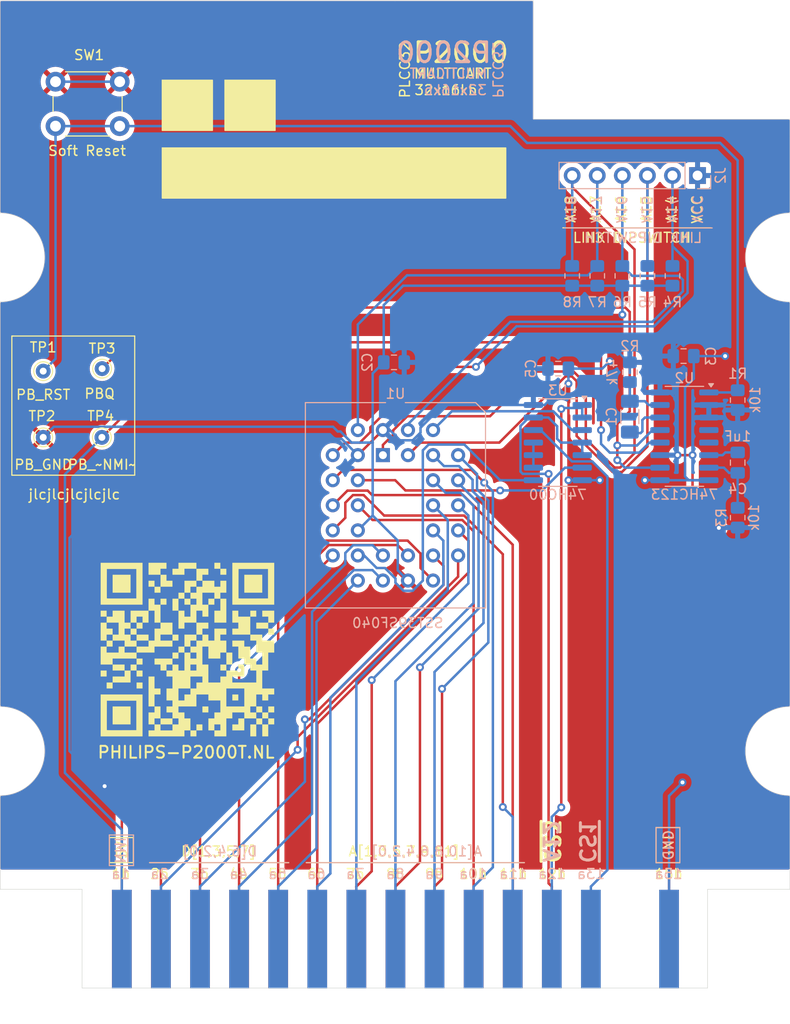
<source format=kicad_pcb>
(kicad_pcb (version 20240108) (generator "pcbnew") (generator_version "8.0")
  (layers (0 "F.Cu" signal) (31 "B.Cu" signal) (34 "B.Paste" user) (35 "F.Paste" user) (36 "B.SilkS" user "B.Silkscreen") (37 "F.SilkS" user "F.Silkscreen") (38 "B.Mask" user) (39 "F.Mask" user) (44 "Edge.Cuts" user))
  (net 0 "")
  (net 1 "GND")
  (net 2 "+5V")
  (net 3 "D1")
  (net 4 "D3")
  (net 5 "D5")
  (net 6 "D7")
  (net 7 "A1")
  (net 8 "A3")
  (net 9 "A5")
  (net 10 "A7")
  (net 11 "A9")
  (net 12 "A11")
  (net 13 "A12")
  (net 14 "A10")
  (net 15 "A8")
  (net 16 "A6")
  (net 17 "A4")
  (net 18 "A2")
  (net 19 "A0")
  (net 20 "D6")
  (net 21 "D4")
  (net 22 "D2")
  (net 23 "D0")
  (net 24 "~{CARSEL1}")
  (net 25 "~{CARSEL2}")
  (net 26 "A12C")
  (net 27 "A14")
  (net 28 "A15")
  (net 29 "A16")
  (net 30 "A17")
  (net 31 "A18")
  (net 32 "A13")
  (net 33 "~{CS}")
  (net 34 "Net-(U2A-Cext)")
  (net 35 "~{NMI}")
  (net 36 "Net-(U3-Pad10)")
  (net 37 "Net-(U2A-RCext)")
  (net 38 "Net-(U2B-Cext)")
  (net 39 "Net-(U2B-RCext)")
  (net 40 "Net-(U2A-A)")
  (net 41 "Net-(U2A-Q)")
  (footprint "Button_Switch_THT:SW_PUSH_6mm" (layer "F.Cu") (at 48.747 52.345)
    (property "Reference" "SW1")
    (property "Value" "Soft Reset")
  )
  (footprint "TestPoint:TestPoint_THTPad_D1.5mm_Drill0.7mm" (layer "F.Cu") (at 47.498 81.661)
    (property "Reference" "TP1")
    (property "Value" "PB_RST")
  )
  (footprint "TestPoint:TestPoint_THTPad_D1.5mm_Drill0.7mm" (layer "F.Cu") (at 47.498 88.37)
    (property "Reference" "TP2")
    (property "Value" "PB_GND")
  )
  (footprint "TestPoint:TestPoint_THTPad_D1.5mm_Drill0.7mm" (layer "F.Cu") (at 53.445 88.37)
    (property "Reference" "TP4")
    (property "Value" "PB_~NMI~")
  )
  (footprint "TestPoint:TestPoint_THTPad_D1.5mm_Drill0.7mm" (layer "F.Cu") (at 53.467 81.407)
    (property "Reference" "TP3")
    (property "Value" "PBQ")
  )
  (footprint "libs:qrcode" (layer "F.Cu") (at 62.103 109.855)
    (property "Reference" "G***" (hide yes))
    (property "Value" "LOGO" (hide yes))
  )
  (footprint "Package_SO:SOIC-14_3.9x8.7mm_P1.27mm" (layer "B.Cu") (at 99.633 88.9 180)
    (property "Reference" "U3")
    (property "Value" "74HC00")
  )
  (footprint "Capacitor_SMD:C_0805_2012Metric_Pad1.18x1.45mm_HandSolder" (layer "B.Cu") (at 99.6735 81.407)
    (property "Reference" "C5")
    (property "Value" "C")
  )
  (footprint "Capacitor_SMD:C_0805_2012Metric_Pad1.18x1.45mm_HandSolder" (layer "B.Cu") (at 83.0365 80.772 180)
    (property "Reference" "C2")
    (property "Value" "0.1uF")
  )
  (footprint "Connector_PinHeader_2.54mm:PinHeader_1x06_P2.54mm_Vertical" (layer "B.Cu") (at 113.792 61.849 90)
    (property "Reference" "J2")
    (property "Value" "DIPconn")
  )
  (footprint "Package_SO:SOIC-16_3.9x9.9mm_P1.27mm" (layer "B.Cu") (at 112.46 88.265 180)
    (property "Reference" "U2")
    (property "Value" "74HC123")
  )
  (footprint "Capacitor_SMD:C_1206_3216Metric_Pad1.33x1.80mm_HandSolder" (layer "B.Cu") (at 106.934 86.2715 -90)
    (property "Reference" "C1")
    (property "Value" "100uF")
  )
  (footprint "Capacitor_SMD:C_0805_2012Metric_Pad1.18x1.45mm_HandSolder" (layer "B.Cu") (at 112.3735 80.137)
    (property "Reference" "C3")
    (property "Value" "0.1uF")
  )
  (footprint "Resistor_SMD:R_0805_2012Metric_Pad1.20x1.40mm_HandSolder" (layer "B.Cu") (at 117.856 84.598 90)
    (property "Reference" "R1")
    (property "Value" "10k")
  )
  (footprint "Resistor_SMD:R_0805_2012Metric_Pad1.20x1.40mm_HandSolder" (layer "B.Cu") (at 106.934 81.772 -90)
    (property "Reference" "R2")
    (property "Value" "47k")
  )
  (footprint "Resistor_SMD:R_0805_2012Metric_Pad1.20x1.40mm_HandSolder" (layer "B.Cu") (at 117.856 96.504 -90)
    (property "Reference" "R3")
    (property "Value" "10k")
  )
  (footprint "p2000t_cartridge:p2000t_cartridge_edge" (layer "B.Cu") (at 83.185 139.192)
    (property "Reference" "J1")
    (property "Value" "P2000T_cartridge_edge")
  )
  (footprint "Capacitor_SMD:C_0805_2012Metric_Pad1.18x1.45mm_HandSolder" (layer "B.Cu") (at 117.856 90.932 -90)
    (property "Reference" "C4")
    (property "Value" "1uF")
  )
  (footprint "Package_LCC:PLCC-32_THT-Socket" (layer "B.Cu") (at 81.915 90.17 180)
    (property "Reference" "U1")
    (property "Value" "SST39SF040")
  )
  (footprint "Resistor_SMD:R_0805_2012Metric_Pad1.20x1.40mm_HandSolder" (layer "B.Cu") (at 103.632 72.009 90)
    (property "Reference" "R7")
    (property "Value" "10k")
  )
  (footprint "Resistor_SMD:R_0805_2012Metric_Pad1.20x1.40mm_HandSolder" (layer "B.Cu") (at 101.092 72.009 90)
    (property "Reference" "R8")
    (property "Value" "10k")
  )
  (footprint "Resistor_SMD:R_0805_2012Metric_Pad1.20x1.40mm_HandSolder" (layer "B.Cu") (at 111.252 72.009 90)
    (property "Reference" "R4")
    (property "Value" "10k")
  )
  (footprint "Resistor_SMD:R_0805_2012Metric_Pad1.20x1.40mm_HandSolder" (layer "B.Cu") (at 106.172 72.009 90)
    (property "Reference" "R6")
    (property "Value" "10k")
  )
  (footprint "Resistor_SMD:R_0805_2012Metric_Pad1.20x1.40mm_HandSolder" (layer "B.Cu") (at 108.712 72.009 90)
    (property "Reference" "R5")
    (property "Value" "10k")
  )
  (gr_line (start 96.251 131.445) (end 74.153 131.445) (stroke (width 0.12)) (layer "B.SilkS"))
  (gr_line (start 72.375 131.445) (end 58.278 131.445) (stroke (width 0.12)) (layer "B.SilkS"))
  (gr_line (start 115.274 67.16) (end 100.274 67.16) (stroke (width 0.12)) (layer "B.SilkS"))
  (gr_line (start 54.197 131.745) (end 54.197 128.645) (stroke (width 0.12)) (layer "B.SilkS"))
  (gr_line (start 111.999 131.451) (end 109.586 131.451) (stroke (width 0.12)) (layer "B.SilkS"))
  (gr_line (start 111.999 127.895) (end 111.999 131.451) (stroke (width 0.12)) (layer "B.SilkS"))
  (gr_line (start 109.586 127.895) (end 111.999 127.895) (stroke (width 0.12)) (layer "B.SilkS"))
  (gr_line (start 109.586 131.451) (end 109.586 127.895) (stroke (width 0.12)) (layer "B.SilkS"))
  (gr_line (start 56.647 128.645) (end 56.647 131.745) (stroke (width 0.12)) (layer "B.SilkS"))
  (gr_line (start 56.647 131.745) (end 54.197 131.745) (stroke (width 0.12)) (layer "B.SilkS"))
  (gr_line (start 54.197 128.645) (end 56.647 128.645) (stroke (width 0.12)) (layer "B.SilkS"))
  (gr_line (start 54.214 128.905) (end 54.214 131.445) (stroke (width 0.12)) (layer "F.SilkS"))
  (gr_line (start 109.586 131.445) (end 111.999 131.445) (stroke (width 0.12)) (layer "F.SilkS"))
  (gr_line (start 109.586 127.889) (end 109.586 131.445) (stroke (width 0.12)) (layer "F.SilkS"))
  (gr_line (start 44.323 78.105) (end 44.45 78.105) (stroke (width 0.12)) (layer "F.SilkS"))
  (gr_rect (start 59.563 59.055) (end 94.361 64.135) (stroke (width 0.12)) (fill solid) (layer "F.SilkS"))
  (gr_line (start 74.153 131.445) (end 96.251 131.445) (stroke (width 0.12)) (layer "F.SilkS"))
  (gr_line (start 45.847 92.202) (end 44.323 92.202) (stroke (width 0.12)) (layer "F.SilkS"))
  (gr_line (start 56.769 78.105) (end 56.769 92.202) (stroke (width 0.12)) (layer "F.SilkS"))
  (gr_line (start 44.323 92.202) (end 44.323 78.105) (stroke (width 0.12)) (layer "F.SilkS"))
  (gr_line (start 58.278 131.445) (end 72.375 131.445) (stroke (width 0.12)) (layer "F.SilkS"))
  (gr_line (start 111.999 131.445) (end 111.999 127.889) (stroke (width 0.12)) (layer "F.SilkS"))
  (gr_line (start 56.627 131.445) (end 56.627 128.905) (stroke (width 0.12)) (layer "F.SilkS"))
  (gr_rect (start 65.913 52.197) (end 70.993 57.277) (stroke (width 0.12)) (fill solid) (layer "F.SilkS"))
  (gr_line (start 100.147 67.145) (end 115.147 67.145) (stroke (width 0.12)) (layer "F.SilkS"))
  (gr_line (start 56.769 92.202) (end 45.847 92.202) (stroke (width 0.12)) (layer "F.SilkS"))
  (gr_line (start 111.999 127.889) (end 109.586 127.889) (stroke (width 0.12)) (layer "F.SilkS"))
  (gr_line (start 44.45 78.105) (end 56.769 78.105) (stroke (width 0.12)) (layer "F.SilkS"))
  (gr_line (start 54.214 131.445) (end 56.627 131.445) (stroke (width 0.12)) (layer "F.SilkS"))
  (gr_rect (start 59.563 52.197) (end 64.643 57.277) (stroke (width 0.12)) (fill solid) (layer "F.SilkS"))
  (gr_line (start 56.627 128.905) (end 54.214 128.905) (stroke (width 0.12)) (layer "F.SilkS"))
  (gr_line (start 43.147 63.645) (end 43.147 59.145) (stroke (width 0.05)) (layer "Edge.Cuts"))
  (gr_line (start 43.147 109.145) (end 43.147 113.645) (stroke (width 0.05)) (layer "Edge.Cuts"))
  (gr_arc (start 43.147 115.645) (mid 47.647 120.145) (end 43.147 124.645) (stroke (width 0.05)) (layer "Edge.Cuts"))
  (gr_line (start 43.147 114.145) (end 43.147 113.645) (stroke (width 0.05)) (layer "Edge.Cuts"))
  (gr_line (start 43.147 127.145) (end 43.147 124.645) (stroke (width 0.05)) (layer "Edge.Cuts"))
  (gr_line (start 43.147 115.645) (end 43.147 114.145) (stroke (width 0.05)) (layer "Edge.Cuts"))
  (gr_arc (start 43.147 65.645) (mid 47.647 70.145) (end 43.147 74.645) (stroke (width 0.05)) (layer "Edge.Cuts"))
  (gr_line (start 123.147 127.145) (end 123.147 124.645) (stroke (width 0.05)) (layer "Edge.Cuts"))
  (gr_line (start 43.147 109.145) (end 43.147 74.645) (stroke (width 0.05)) (layer "Edge.Cuts"))
  (gr_line (start 43.147 65.645) (end 43.147 63.645) (stroke (width 0.05)) (layer "Edge.Cuts"))
  (gr_line (start 123.147 134.145) (end 123.147 127.145) (stroke (width 0.05)) (layer "Edge.Cuts"))
  (gr_line (start 43.147 44.145) (end 43.147 59.145) (stroke (width 0.05)) (layer "Edge.Cuts"))
  (gr_line (start 43.147 134.145) (end 43.147 127.145) (stroke (width 0.05)) (layer "Edge.Cuts"))
  (gr_line (start 97.147 44.145) (end 83.147 44.145) (stroke (width 0.05)) (layer "Edge.Cuts"))
  (gr_line (start 123.147 74.745) (end 123.147 74.645) (stroke (width 0.05)) (layer "Edge.Cuts"))
  (gr_line (start 123.147 115.645) (end 123.147 110.045) (stroke (width 0.05)) (layer "Edge.Cuts"))
  (gr_line (start 123.147 100.457) (end 123.147001 94.845) (stroke (width 0.05)) (layer "Edge.Cuts"))
  (gr_line (start 123.147001 83.445001) (end 123.147 77.845) (stroke (width 0.05)) (layer "Edge.Cuts"))
  (gr_line (start 123.147 63.445) (end 123.147 57.845) (stroke (width 0.05)) (layer "Edge.Cuts"))
  (gr_line (start 114.808 134.145) (end 115.147 134.145) (stroke (width 0.05)) (layer "Edge.Cuts"))
  (gr_line (start 114.808 144.145) (end 51.435 144.145) (stroke (width 0.05)) (layer "Edge.Cuts"))
  (gr_line (start 51.147 134.145) (end 51.435 134.145) (stroke (width 0.05)) (layer "Edge.Cuts"))
  (gr_arc (start 123.147 74.645) (mid 118.647 70.145) (end 123.147 65.645) (stroke (width 0.05)) (layer "Edge.Cuts"))
  (gr_line (start 51.435 144.145) (end 51.435 134.145) (stroke (width 0.05)) (layer "Edge.Cuts"))
  (gr_line (start 123.147 65.645) (end 123.147 63.445) (stroke (width 0.05)) (layer "Edge.Cuts"))
  (gr_line (start 123.147 56.145) (end 97.147 56.145) (stroke (width 0.05)) (layer "Edge.Cuts"))
  (gr_line (start 123.147 74.745) (end 123.147 77.845) (stroke (width 0.05)) (layer "Edge.Cuts"))
  (gr_line (start 51.147 134.145) (end 43.147 134.145) (stroke (width 0.05)) (layer "Edge.Cuts"))
  (gr_line (start 83.147 44.145) (end 43.147 44.145) (stroke (width 0.05)) (layer "Edge.Cuts"))
  (gr_line (start 97.147 56.145) (end 97.147 44.145) (stroke (width 0.05)) (layer "Edge.Cuts"))
  (gr_line (start 123.147 110.045) (end 123.147 100.457) (stroke (width 0.05)) (layer "Edge.Cuts"))
  (gr_line (start 114.808 144.145) (end 114.808 134.145) (stroke (width 0.05)) (layer "Edge.Cuts"))
  (gr_line (start 123.147001 83.445001) (end 123.147001 94.845) (stroke (width 0.05)) (layer "Edge.Cuts"))
  (gr_arc (start 123.147 124.645) (mid 118.647 120.145) (end 123.147 115.645) (stroke (width 0.05)) (layer "Edge.Cuts"))
  (gr_line (start 123.147 56.145) (end 123.147 57.845) (stroke (width 0.05)) (layer "Edge.Cuts"))
  (gr_line (start 115.147 134.145) (end 123.147 134.145) (stroke (width 0.05)) (layer "Edge.Cuts"))
  (gr_text "15a" (at 110.856 132.588 0) (layer "B.SilkS") (effects (font (size 1 1)) (justify mirror)))
  (gr_text "~{CS1}" (at 102.601 129.286 -90) (layer "B.SilkS") (effects (font (size 1.5 1.5) (thickness 0.3)) (justify mirror)))
  (gr_text "A12" (at 98.918 129.286 -90) (layer "B.SilkS") (effects (font (size 1.5 1.5) (thickness 0.3)) (justify mirror)))
  (gr_text "A[10,8,6,4,2,0]" (at 86.345 130.302 0) (layer "B.SilkS") (effects (font (size 1 1)) (justify mirror)))
  (gr_text "D[6,4,2,0]" (at 65.39 130.302 0) (layer "B.SilkS") (effects (font (size 1 1)) (justify mirror)))
  (gr_text "A14" (at 111.204 65.284 270) (layer "B.SilkS") (effects (font (size 1 1)) (justify mirror)))
  (gr_text "LINK DIPSWITCH" (at 108.274 68.16 0) (layer "B.SilkS") (effects (font (size 1 1)) (justify mirror)))
  (gr_text "VCC" (at 113.737 65.246 270) (layer "B.SilkS") (effects (font (size 1 1)) (justify mirror)))
  (gr_text "1a" (at 55.344 132.588 0) (layer "B.SilkS") (effects (font (size 1 1)) (justify mirror)))
  (gr_text "~{NMI}" (at 55.247 130.195 270) (layer "B.SilkS") (effects (font (size 1 1)) (justify mirror)))
  (gr_text "GND" (at 110.856 129.673 90) (layer "B.SilkS") (effects (font (size 1 1)) (justify mirror)))
  (gr_text "P2000" (at 93.091 49.403 0) (layer "B.SilkS") (effects (font (size 2 2) (thickness 0.3)) (justify left mirror)))
  (gr_text "32x16kb" (at 89.2594 53.1954 0) (layer "B.SilkS") (effects (font (size 1 1)) (justify mirror)))
  (gr_text "MULTICART" (at 88.5482 51.519 0) (layer "B.SilkS") (effects (font (size 1 1)) (justify mirror)))
  (gr_text "PLCC32" (at 93.5266 51.145 -90) (layer "B.SilkS") (effects (font (size 1 1)) (justify mirror)))
  (gr_text "11a" (at 95.108 132.588 0) (layer "B.SilkS") (effects (font (size 1 1)) (justify mirror)))
  (gr_text "10a" (at 91.044 132.588 0) (layer "B.SilkS") (effects (font (size 1 1)) (justify mirror)))
  (gr_text "2a" (at 59.294 132.588 0) (layer "B.SilkS") (effects (font (size 1 1)) (justify mirror)))
  (gr_text "A17" (at 103.4934 65.284 270) (layer "B.SilkS") (effects (font (size 1 1)) (justify mirror)))
  (gr_text "6a" (at 75.169 132.588 0) (layer "B.SilkS") (effects (font (size 1 1)) (justify mirror)))
  (gr_text "A16" (at 106.0636 65.284 270) (layer "B.SilkS") (effects (font (size 1 1)) (justify mirror)))
  (gr_text "7a" (at 79.106 132.588 0) (layer "B.SilkS") (effects (font (size 1 1)) (justify mirror)))
  (gr_text "13a" (at 102.982 132.588 0) (layer "B.SilkS") (effects (font (size 1 1)) (justify mirror)))
  (gr_text "9a" (at 87.107 132.588 0) (layer "B.SilkS") (effects (font (size 1 1)) (justify mirror)))
  (gr_text "4a" (at 67.295 132.588 0) (layer "B.SilkS") (effects (font (size 1 1)) (justify mirror)))
  (gr_text "5a" (at 71.232 132.588 0) (layer "B.SilkS") (effects (font (size 1 1)) (justify mirror)))
  (gr_text "A18" (at 100.9232 65.284 270) (layer "B.SilkS") (effects (font (size 1 1)) (justify mirror)))
  (gr_text "12a" (at 99.045 132.588 0) (layer "B.SilkS") (effects (font (size 1 1)) (justify mirror)))
  (gr_text "3a" (at 63.358 132.588 0) (layer "B.SilkS") (effects (font (size 1 1)) (justify mirror)))
  (gr_text "A15" (at 108.6338 65.284 270) (layer "B.SilkS") (effects (font (size 1 1)) (justify mirror)))
  (gr_text "8a" (at 83.17 132.588 0) (layer "B.SilkS") (effects (font (size 1 1)) (justify mirror)))
  (gr_text "9b" (at 87.107 132.588 0) (layer "F.SilkS") (effects (font (size 1 1))))
  (gr_text "6b" (at 75.169 132.588 0) (layer "F.SilkS") (effects (font (size 1 1))))
  (gr_text "8b" (at 83.17 132.588 0) (layer "F.SilkS") (effects (font (size 1 1))))
  (gr_text "4b" (at 67.295 132.588 0) (layer "F.SilkS") (effects (font (size 1 1))))
  (gr_text "1b" (at 55.357 132.588 0) (layer "F.SilkS") (effects (font (size 1 1))))
  (gr_text "2b" (at 59.294 132.588 0) (layer "F.SilkS") (effects (font (size 1 1))))
  (gr_text "5b" (at 71.232 132.588 0) (layer "F.SilkS") (effects (font (size 1 1))))
  (gr_text "7b" (at 79.106 132.588 0) (layer "F.SilkS") (effects (font (size 1 1))))
  (gr_text "11b" (at 95.108 132.588 0) (layer "F.SilkS") (effects (font (size 1 1))))
  (gr_text "12b" (at 99.045 132.588 0) (layer "F.SilkS") (effects (font (size 1 1))))
  (gr_text "15b" (at 110.856 132.588 0) (layer "F.SilkS") (effects (font (size 1 1))))
  (gr_text "3b" (at 63.358 132.588 0) (layer "F.SilkS") (effects (font (size 1 1))))
  (gr_text "10b" (at 91.044 132.588 0) (layer "F.SilkS") (effects (font (size 1 1))))
  (gr_text "GND" (at 110.856 129.667 90) (layer "F.SilkS") (effects (font (size 1 1))))
  (gr_text "A15" (at 108.5962 65.246 90) (layer "F.SilkS") (effects (font (size 1 1))))
  (gr_text "A16" (at 106.0354 65.246 90) (layer "F.SilkS") (effects (font (size 1 1))))
  (gr_text "A17" (at 103.4746 65.246 90) (layer "F.SilkS") (effects (font (size 1 1))))
  (gr_text "A18" (at 100.9138 65.246 90) (layer "F.SilkS") (effects (font (size 1 1))))
  (gr_text "A14" (at 111.157 65.246 90) (layer "F.SilkS") (effects (font (size 1 1))))
  (gr_text "PLCC32" (at 84.147 51.145 90) (layer "F.SilkS") (effects (font (size 1 1))))
  (gr_text "MULTICART" (at 88.9978 51.519 0) (layer "F.SilkS") (effects (font (size 1 1))))
  (gr_text "P2000" (at 84.8136 49.394 0) (layer "F.SilkS") (effects (font (size 2 2) (thickness 0.3)) (justify left)))
  (gr_text "32x16kb" (at 88.2866 53.1954 0) (layer "F.SilkS") (effects (font (size 1 1))))
  (gr_text "A[1,3,5,7,9,11]" (at 84.059 130.302 0) (layer "F.SilkS") (effects (font (size 1 1))))
  (gr_text "LINK DIPSWITCH" (at 107.147 68.145 0) (layer "F.SilkS") (effects (font (size 1 1))))
  (gr_text "VCC" (at 113.737 65.284 90) (layer "F.SilkS") (effects (font (size 1 1))))
  (gr_text "jlcjlcjlcjlcjlc" (at 50.647 94.145 0) (layer "F.SilkS") (effects (font (size 1 1))))
  (gr_text "~{CS2}" (at 99.172 129.286 90) (layer "F.SilkS") (effects (font (size 1.5 1.5) (thickness 0.3))))
  (gr_text "PHILIPS-P2000T.NL" (at 61.976 120.269 0) (layer "F.SilkS") (effects (font (size 1.2 1.2) (thickness 0.2))))
  (gr_text "5V" (at 55.484 130.175 90) (layer "F.SilkS") (effects (font (size 1 1))))
  (gr_text "D[1,3,5,7]" (at 65.263 130.302 0) (layer "F.SilkS") (effects (font (size 1 1))))
  (segment (start 116.586 80.137) (end 119.634 80.137) (width 0.25) (layer "F.Cu") (net 1))
  (segment (start 48.747 52.345) (end 50.673 54.271) (width 0.25) (layer "F.Cu") (net 1))
  (segment (start 104.902 80.645) (end 104.902 77.216) (width 0.25) (layer "F.Cu") (net 1))
  (segment (start 110.905 124.68) (end 112.268 123.317) (width 0.25) (layer "F.Cu") (net 1))
  (segment (start 49.022 86.846) (end 47.498 88.37) (width 0.25) (layer "F.Cu") (net 1))
  (segment (start 50.673 82.296) (end 49.022 83.947) (width 0.25) (layer "F.Cu") (net 1))
  (segment (start 110.905 139.192) (end 110.905 124.68) (width 0.25) (layer "F.Cu") (net 1))
  (segment (start 121.031 114.554) (end 112.268 123.317) (width 0.25) (layer "F.Cu") (net 1))
  (segment (start 119.634 80.137) (end 121.031 81.534) (width 0.25) (layer "F.Cu") (net 1))
  (segment (start 103.886 92.71) (end 108.458 92.71) (width 0.25) (layer "F.Cu") (net 1))
  (segment (start 49.022 83.947) (end 49.022 86.846) (width 0.25) (layer "F.Cu") (net 1))
  (segment (start 104.902 77.216) (end 106.172 75.946) (width 0.25) (layer "F.Cu") (net 1))
  (segment (start 50.673 54.271) (end 50.673 82.296) (width 0.25) (layer "F.Cu") (net 1))
  (segment (start 121.031 81.534) (end 121.031 114.554) (width 0.25) (layer "F.Cu") (net 1))
  (segment (start 100.711 82.931) (end 100.711 92.71) (width 0.25) (layer "F.Cu") (net 1))
  (via (at 112.268 123.317) (size 0.8) (drill 0.4) (layers "F.Cu" "B.Cu") (net 1))
  (via (at 116.586 80.137) (size 0.8) (drill 0.4) (layers "F.Cu" "B.Cu") (net 1))
  (via (at 104.902 80.645) (size 0.8) (drill 0.4) (layers "F.Cu" "B.Cu") (net 1))
  (via (at 100.711 92.71) (size 0.8) (drill 0.4) (layers "F.Cu" "B.Cu") (net 1))
  (via (at 100.711 82.931) (size 0.8) (drill 0.4) (layers "F.Cu" "B.Cu") (net 1))
  (via (at 103.886 92.71) (size 0.8) (drill 0.4) (layers "F.Cu" "B.Cu") (net 1))
  (via (at 106.172 75.946) (size 0.8) (drill 0.4) (layers "F.Cu" "B.Cu") (net 1))
  (via (at 108.458 92.71) (size 0.8) (drill 0.4) (layers "F.Cu" "B.Cu") (net 1))
  (segment (start 81.999 80.772) (end 80.8788 81.8922) (width 0.25) (layer "B.Cu") (net 1))
  (segment (start 81.999 80.772) (end 81.999 74.973) (width 0.25) (layer "B.Cu") (net 1))
  (segment (start 81.999 74.973) (end 83.963 73.009) (width 0.25) (layer "B.Cu") (net 1))
  (segment (start 47.498 88.37) (end 48.5742 87.2938) (width 0.25) (layer "B.Cu") (net 1))
  (segment (start 48.747 52.345) (end 55.247 52.345) (width 0.25) (layer "B.Cu") (net 1))
  (segment (start 113.411 82.423) (end 112.522 83.312) (width 0.25) (layer "B.Cu") (net 1))
  (segment (start 112.522 83.312) (end 112.522 92.329) (width 0.25) (layer "B.Cu") (net 1))
  (segment (start 100.711 81.407) (end 100.711 82.931) (width 0.25) (layer "B.Cu") (net 1))
  (segment (start 83.4188 98.8262) (end 83.4188 101.834) (width 0.25) (layer "B.Cu") (net 1))
  (segment (start 80.8788 88.9) (end 80.8788 96.2862) (width 0.25) (layer "B.Cu") (net 1))
  (segment (start 114.935 92.71) (end 112.903 92.71) (width 0.25) (layer "B.Cu") (net 1))
  (segment (start 78.7417 88.9) (end 80.8788 88.9) (width 0.25) (layer "B.Cu") (net 1))
  (segment (start 83.963 73.009) (end 101.092 73.009) (width 0.25) (layer "B.Cu") (net 1))
  (segment (start 103.632 73.009) (end 106.172 73.009) (width 0.25) (layer "B.Cu") (net 1))
  (segment (start 112.903 92.71) (end 109.985 92.71) (width 0.25) (layer "B.Cu") (net 1))
  (segment (start 110.905 124.68) (end 112.268 123.317) (width 0.25) (layer "B.Cu") (net 1))
  (segment (start 100.711 92.71) (end 102.108 92.71) (width 0.25) (layer "B.Cu") (net 1))
  (segment (start 77.3402 87.7765) (end 77.6182 87.7765) (width 0.25) (layer "B.Cu") (net 1))
  (segment (start 113.411 80.137) (end 116.586 80.137) (width 0.25) (layer "B.Cu") (net 1))
  (segment (start 113.411 80.137) (end 113.411 82.423) (width 0.25) (layer "B.Cu") (net 1))
  (segment (start 104.14 81.407) (end 104.902 80.645) (width 0.25) (layer "B.Cu") (net 1))
  (segment (start 112.903 92.71) (end 114.935 92.71) (width 0.25) (layer "B.Cu") (net 1))
  (segment (start 112.522 92.329) (end 112.903 92.71) (width 0.25) (layer "B.Cu") (net 1))
  (segment (start 76.8575 87.2938) (end 77.3402 87.7765) (width 0.25) (layer "B.Cu") (net 1))
  (segment (start 108.712 73.009) (end 111.252 73.009) (width 0.25) (layer "B.Cu") (net 1))
  (segment (start 48.5742 87.2938) (end 76.8575 87.2938) (width 0.25) (layer "B.Cu") (net 1))
  (segment (start 108.458 92.71) (end 109.985 92.71) (width 0.25) (layer "B.Cu") (net 1))
  (segment (start 80.8788 96.2862) (end 79.375 97.79) (width 0.25) (layer "B.Cu") (net 1))
  (segment (start 83.4188 101.834) (end 84.455 102.87) (width 0.25) (layer "B.Cu") (net 1))
  (segment (start 80.8788 81.8922) (end 80.8788 88.9) (width 0.25) (layer "B.Cu") (net 1))
  (segment (start 80.8788 96.2862) (end 83.4188 98.8262) (width 0.25) (layer "B.Cu") (net 1))
  (segment (start 102.108 92.71) (end 103.886 92.71) (width 0.25) (layer "B.Cu") (net 1))
  (segment (start 100.711 81.407) (end 104.14 81.407) (width 0.25) (layer "B.Cu") (net 1))
  (segment (start 101.092 73.009) (end 103.632 73.009) (width 0.25) (layer "B.Cu") (net 1))
  (segment (start 106.172 73.009) (end 108.712 73.009) (width 0.25) (layer "B.Cu") (net 1))
  (segment (start 110.905 139.192) (end 110.905 124.68) (width 0.25) (layer "B.Cu") (net 1))
  (segment (start 106.172 75.946) (end 106.172 73.009) (width 0.25) (layer "B.Cu") (net 1))
  (segment (start 77.6182 87.7765) (end 78.7417 88.9) (width 0.25) (layer "B.Cu") (net 1))
  (segment (start 55.465 125.442) (end 53.721 123.698) (width 0.25) (layer "F.Cu") (net 2))
  (segment (start 113.284 90.17) (end 113.284 96.393) (width 0.25) (layer "F.Cu") (net 2))
  (segment (start 114.427 97.536) (end 115.951 97.536) (width 0.25) (layer "F.Cu") (net 2))
  (segment (start 111.76 90.17) (end 113.284 90.17) (width 0.25) (layer "F.Cu") (net 2))
  (segment (start 113.284 96.393) (end 114.427 97.536) (width 0.25) (layer "F.Cu") (net 2))
  (segment (start 55.465 139.192) (end 55.465 125.442) (width 0.25) (layer "F.Cu") (net 2))
  (segment (start 79.375 90.17) (end 81.915 87.63) (width 0.25) (layer "F.Cu") (net 2))
  (via (at 115.951 97.536) (size 0.8) (drill 0.4) (layers "F.Cu" "B.Cu") (net 2))
  (via (at 111.76 90.17) (size 0.8) (drill 0.4) (layers "F.Cu" "B.Cu") (net 2))
  (via (at 113.284 90.17) (size 0.8) (drill 0.4) (layers "F.Cu" "B.Cu") (net 2))
  (via (at 53.721 123.698) (size 0.8) (drill 0.4) (layers "F.Cu" "B.Cu") (net 2))
  (segment (start 111.336 80.137) (end 111.336 83.609) (width 0.25) (layer "B.Cu") (net 2))
  (segment (start 108.458 83.566) (end 108.458 81.026) (width 0.25) (layer "B.Cu") (net 2))
  (segment (start 109.985 90.17) (end 111.76 90.17) (width 0.25) (layer "B.Cu") (net 2))
  (segment (start 110.96 83.82) (end 109.985 83.82) (width 0.25) (layer "B.Cu") (net 2))
  (segment (start 113.792 61.849) (end 113.792 77.089) (width 0.25) (layer "B.Cu") (net 2))
  (segment (start 84.074 85.471) (end 82.2632 87.2818) (width 0.25) (layer "B.Cu") (net 2))
  (segment (start 111.336 83.609) (end 111.125 83.82) (width 0.25) (layer "B.Cu") (net 2))
  (segment (start 98.298 85.09) (end 98.679 84.709) (width 0.25) (layer "B.Cu") (net 2))
  (segment (start 113.284 86.741) (end 113.665 86.36) (width 0.25) (layer "B.Cu") (net 2))
  (segment (start 108.458 81.026) (end 108.331 80.899) (width 0.25) (layer "B.Cu") (net 2))
  (segment (start 117.824 97.536) (end 117.856 97.504) (width 0.25) (layer "B.Cu") (net 2))
  (segment (start 84.9391 88.6664) (end 85.725 87.8805) (width 0.25) (layer "B.Cu") (net 2))
  (segment (start 105.791 79.756) (end 99.187 79.756) (width 0.25) (layer "B.Cu") (net 2))
  (segment (start 108.712 83.82) (end 108.458 83.566) (width 0.25) (layer "B.Cu") (net 2))
  (segment (start 53.721 123.698) (end 50.165 120.142) (width 0.25) (layer "B.Cu") (net 2))
  (segment (start 111.76 90.17) (end 111.76 84.62) (width 0.25) (layer "B.Cu") (net 2))
  (segment (start 108.077 80.899) (end 107.95 80.772) (width 0.25) (layer "B.Cu") (net 2))
  (segment (start 113.665 86.36) (end 114.935 86.36) (width 0.25) (layer "B.Cu") (net 2))
  (segment (start 88.0329 85.09) (end 97.158 85.09) (width 0.25) (layer "B.Cu") (net 2))
  (segment (start 60.198 88.519) (end 77.724 88.519) (width 0.25) (layer "B.Cu") (net 2))
  (segment (start 98.636 80.307) (end 98.636 81.407) (width 0.25) (layer "B.Cu") (net 2))
  (segment (start 98.679 84.709) (end 98.636 84.666) (width 0.25) (layer "B.Cu") (net 2))
  (segment (start 106.934 80.899) (end 105.791 79.756) (width 0.25) (layer "B.Cu") (net 2))
  (segment (start 82.2632 87.2818) (end 83.6478 88.6664) (width 0.25) (layer "B.Cu") (net 2))
  (segment (start 114.935 85.09) (end 117.348 85.09) (width 0.25) (layer "B.Cu") (net 2))
  (segment (start 106.934 81.847) (end 106.934 80.899) (width 0.25) (layer "B.Cu") (net 2))
  (segment (start 50.165 98.552) (end 60.198 88.519) (width 0.25) (layer "B.Cu") (net 2))
  (segment (start 113.792 77.089) (end 111.336 79.545) (width 0.25) (layer "B.Cu") (net 2))
  (segment (start 83.6478 88.6664) (end 84.9391 88.6664) (width 0.25) (layer "B.Cu") (net 2))
  (segment (start 113.284 90.17) (end 113.284 86.741) (width 0.25) (layer "B.Cu") (net 2))
  (segment (start 98.636 84.666) (end 98.636 81.407) (width 0.25) (layer "B.Cu") (net 2))
  (segment (start 85.725 87.3979) (end 88.0329 85.09) (width 0.25) (layer "B.Cu") (net 2))
  (segment (start 115.951 97.536) (end 117.824 97.536) (width 0.25) (layer "B.Cu") (net 2))
  (segment (start 99.187 79.756) (end 98.636 80.307) (width 0.25) (layer "B.Cu") (net 2))
  (segment (start 110.96 83.82) (end 109.985 83.82) (width 0.25) (layer "B.Cu") (net 2))
  (segment (start 111.76 84.62) (end 110.96 83.82) (width 0.25) (layer "B.Cu") (net 2))
  (segment (start 111.336 79.545) (end 111.336 80.137) (width 0.25) (layer "B.Cu") (net 2))
  (segment (start 114.935 86.36) (end 114.935 85.09) (width 0.25) (layer "B.Cu") (net 2))
  (segment (start 109.985 83.82) (end 108.712 83.82) (width 0.25) (layer "B.Cu") (net 2))
  (segment (start 84.074 80.772) (end 84.074 85.471) (width 0.25) (layer "B.Cu") (net 2))
  (segment (start 111.125 83.82) (end 110.96 83.82) (width 0.25) (layer "B.Cu") (net 2))
  (segment (start 50.165 120.142) (end 50.165 98.552) (width 0.25) (layer "B.Cu") (net 2))
  (segment (start 108.331 80.899) (end 108.077 80.899) (width 0.25) (layer "B.Cu") (net 2))
  (segment (start 117.348 85.09) (end 117.856 85.598) (width 0.25) (layer "B.Cu") (net 2))
  (segment (start 82.2632 87.2818) (end 81.915 87.63) (width 0.25) (layer "B.Cu") (net 2))
  (segment (start 97.158 85.09) (end 98.298 85.09) (width 0.25) (layer "B.Cu") (net 2))
  (segment (start 107.95 80.772) (end 106.934 80.772) (width 0.25) (layer "B.Cu") (net 2))
  (segment (start 85.725 87.8805) (end 85.725 87.3979) (width 0.25) (layer "B.Cu") (net 2))
  (segment (start 77.724 88.519) (end 79.375 90.17) (width 0.25) (layer "B.Cu") (net 2))
  (segment (start 84.4174 98.8264) (end 76.1389 98.8264) (width 0.25) (layer "F.Cu") (net 3))
  (segment (start 59.425 115.5403) (end 59.425 139.192) (width 0.25) (layer "F.Cu") (net 3))
  (segment (start 86.995 102.87) (end 85.725 101.6) (width 0.25) (layer "F.Cu") (net 3))
  (segment (start 85.725 100.134) (end 84.4174 98.8264) (width 0.25) (layer "F.Cu") (net 3))
  (segment (start 76.1389 98.8264) (end 59.425 115.5403) (width 0.25) (layer "F.Cu") (net 3))
  (segment (start 85.725 101.6) (end 85.725 100.134) (width 0.25) (layer "F.Cu") (net 3))
  (segment (start 76.4147 99.2766) (end 83.4016 99.2766) (width 0.25) (layer "F.Cu") (net 4))
  (segment (start 63.385 112.3063) (end 76.4147 99.2766) (width 0.25) (layer "F.Cu") (net 4))
  (segment (start 63.385 139.192) (end 63.385 112.3063) (width 0.25) (layer "F.Cu") (net 4))
  (segment (start 83.4016 99.2766) (end 84.455 100.33) (width 0.25) (layer "F.Cu") (net 4))
  (segment (start 67.345 139.192) (end 67.345 111.9534) (width 0.25) (layer "F.Cu") (net 5))
  (via (at 67.345 111.9534) (size 0.8) (drill 0.4) (layers "F.Cu" "B.Cu") (net 5))
  (segment (start 78.105 100.0795) (end 78.105 101.1934) (width 0.25) (layer "B.Cu") (net 5))
  (segment (start 78.105 101.1934) (end 67.345 111.9534) (width 0.25) (layer "B.Cu") (net 5))
  (segment (start 78.8909 99.2936) (end 78.105 100.0795) (width 0.25) (layer "B.Cu") (net 5))
  (segment (start 81.915 100.33) (end 80.8786 99.2936) (width 0.25) (layer "B.Cu") (net 5))
  (segment (start 80.8786 99.2936) (end 78.8909 99.2936) (width 0.25) (layer "B.Cu") (net 5))
  (segment (start 71.305 105.86) (end 76.835 100.33) (width 0.25) (layer "F.Cu") (net 6))
  (segment (start 71.305 139.192) (end 71.305 133.8669) (width 0.25) (layer "F.Cu") (net 6))
  (segment (start 71.305 133.8669) (end 71.305 105.86) (width 0.25) (layer "F.Cu") (net 6))
  (segment (start 89.535 97.79) (end 90.5952 98.8502) (width 0.25) (layer "F.Cu") (net 7))
  (segment (start 75.265 117.3804) (end 75.265 139.192) (width 0.25) (layer "F.Cu") (net 7))
  (segment (start 90.5952 102.0502) (end 75.265 117.3804) (width 0.25) (layer "F.Cu") (net 7))
  (segment (start 90.5952 98.8502) (end 90.5952 102.0502) (width 0.25) (layer "F.Cu") (net 7))
  (segment (start 79.225 133.8669) (end 80.7802 132.3117) (width 0.25) (layer "F.Cu") (net 8))
  (segment (start 79.225 139.192) (end 79.225 133.8669) (width 0.25) (layer "F.Cu") (net 8))
  (segment (start 80.7802 132.3117) (end 80.7802 112.9561) (width 0.25) (layer "F.Cu") (net 8))
  (via (at 80.7802 112.9561) (size 0.8) (drill 0.4) (layers "F.Cu" "B.Cu") (net 8))
  (segment (start 90.5714 103.1649) (end 80.7802 112.9561) (width 0.25) (layer "B.Cu") (net 8))
  (segment (start 89.535 95.25) (end 90.5714 96.2864) (width 0.25) (layer "B.Cu") (net 8))
  (segment (start 90.5714 96.2864) (end 90.5714 103.1649) (width 0.25) (layer "B.Cu") (net 8))
  (segment (start 83.185 133.8669) (end 85.6681 131.3838) (width 0.25) (layer "F.Cu") (net 9))
  (segment (start 85.6681 131.3838) (end 85.6681 111.6604) (width 0.25) (layer "F.Cu") (net 9))
  (segment (start 83.185 139.192) (end 83.185 133.8669) (width 0.25) (layer "F.Cu") (net 9))
  (via (at 85.6681 111.6604) (size 0.8) (drill 0.4) (layers "F.Cu" "B.Cu") (net 9))
  (segment (start 89.535 92.71) (end 89.535 92.9795) (width 0.25) (layer "B.Cu") (net 9))
  (segment (start 91.6048 105.7237) (end 85.6681 111.6604) (width 0.25) (layer "B.Cu") (net 9))
  (segment (start 89.535 92.9795) (end 91.6048 95.0493) (width 0.25) (layer "B.Cu") (net 9))
  (segment (start 91.6048 95.0493) (end 91.6048 105.7237) (width 0.25) (layer "B.Cu") (net 9))
  (segment (start 87.9046 133.1073) (end 87.9046 113.8405) (width 0.25) (layer "F.Cu") (net 10))
  (segment (start 87.145 133.8669) (end 87.9046 133.1073) (width 0.25) (layer "F.Cu") (net 10))
  (segment (start 87.145 139.192) (end 87.145 133.8669) (width 0.25) (layer "F.Cu") (net 10))
  (via (at 87.9046 113.8405) (size 0.8) (drill 0.4) (layers "F.Cu" "B.Cu") (net 10))
  (segment (start 92.5952 109.1499) (end 87.9046 113.8405) (width 0.25) (layer "B.Cu") (net 10))
  (segment (start 92.5952 94.7665) (end 92.5952 109.1499) (width 0.25) (layer "B.Cu") (net 10))
  (segment (start 89.535 90.17) (end 91.4507 92.0857) (width 0.25) (layer "B.Cu") (net 10))
  (segment (start 91.4507 93.622) (end 92.5952 94.7665) (width 0.25) (layer "B.Cu") (net 10))
  (segment (start 91.4507 92.0857) (end 91.4507 93.622) (width 0.25) (layer "B.Cu") (net 10))
  (segment (start 89.9612 96.7424) (end 91.105 97.8862) (width 0.25) (layer "F.Cu") (net 11))
  (segment (start 79.375 95.25) (end 80.8674 96.7424) (width 0.25) (layer "F.Cu") (net 11))
  (segment (start 80.8674 96.7424) (end 89.9612 96.7424) (width 0.25) (layer "F.Cu") (net 11))
  (segment (start 91.105 97.8862) (end 91.105 139.192) (width 0.25) (layer "F.Cu") (net 11))
  (segment (start 80.823 94.2136) (end 80.3729 93.7635) (width 0.25) (layer "F.Cu") (net 12))
  (segment (start 95.065 139.192) (end 95.065 99.2447) (width 0.25) (layer "F.Cu") (net 12))
  (segment (start 95.065 99.2447) (end 90.0339 94.2136) (width 0.25) (layer "F.Cu") (net 12))
  (segment (start 80.3729 93.7635) (end 78.3215 93.7635) (width 0.25) (layer "F.Cu") (net 12))
  (segment (start 78.3215 93.7635) (end 76.835 95.25) (width 0.25) (layer "F.Cu") (net 12))
  (segment (start 90.0339 94.2136) (end 80.823 94.2136) (width 0.25) (layer "F.Cu") (net 12))
  (segment (start 101.0809 87.63) (end 102.108 87.63) (width 0.25) (layer "B.Cu") (net 13))
  (segment (start 88.8999 85.7251) (end 99.176 85.7251) (width 0.25) (layer "B.Cu") (net 13))
  (segment (start 99.176 85.7251) (end 101.0809 87.63) (width 0.25) (layer "B.Cu") (net 13))
  (segment (start 86.995 87.63) (end 88.8999 85.7251) (width 0.25) (layer "B.Cu") (net 13))
  (segment (start 78.8812 94.2137) (end 79.9614 94.2137) (width 0.25) (layer "F.Cu") (net 14))
  (segment (start 94.0608 100.2041) (end 94.0608 125.8102) (width 0.25) (layer "F.Cu") (net 14))
  (segment (start 82.037 96.2893) (end 90.146 96.2893) (width 0.25) (layer "F.Cu") (net 14))
  (segment (start 78.105 94.9899) (end 78.8812 94.2137) (width 0.25) (layer "F.Cu") (net 14))
  (segment (start 76.835 97.79) (end 78.105 96.52) (width 0.25) (layer "F.Cu") (net 14))
  (segment (start 79.9614 94.2137) (end 82.037 96.2893) (width 0.25) (layer "F.Cu") (net 14))
  (segment (start 90.146 96.2893) (end 94.0608 100.2041) (width 0.25) (layer "F.Cu") (net 14))
  (segment (start 78.105 96.52) (end 78.105 94.9899) (width 0.25) (layer "F.Cu") (net 14))
  (via (at 94.0608 125.8102) (size 0.8) (drill 0.4) (layers "F.Cu" "B.Cu") (net 14))
  (segment (start 94.0608 125.8102) (end 95.065 126.8144) (width 0.25) (layer "B.Cu") (net 14))
  (segment (start 95.065 126.8144) (end 95.065 139.192) (width 0.25) (layer "B.Cu") (net 14))
  (segment (start 90.8852 91.6657) (end 92.1758 92.9563) (width 0.25) (layer "F.Cu") (net 15))
  (segment (start 77.8793 91.6657) (end 90.8852 91.6657) (width 0.25) (layer "F.Cu") (net 15))
  (segment (start 76.835 92.71) (end 77.8793 91.6657) (width 0.25) (layer "F.Cu") (net 15))
  (via (at 92.1758 92.9563) (size 0.8) (drill 0.4) (layers "F.Cu" "B.Cu") (net 15))
  (segment (start 93.0565 93.837) (end 93.0565 131.9154) (width 0.25) (layer "B.Cu") (net 15))
  (segment (start 93.0565 131.9154) (end 91.105 133.8669) (width 0.25) (layer "B.Cu") (net 15))
  (segment (start 92.1758 92.9563) (end 93.0565 93.837) (width 0.25) (layer "B.Cu") (net 15))
  (segment (start 91.105 139.192) (end 91.105 133.8669) (width 0.25) (layer "B.Cu") (net 15))
  (segment (start 92.1057 94.9136) (end 92.1057 107.1703) (width 0.25) (layer "B.Cu") (net 16))
  (segment (start 92.1057 107.1703) (end 87.145 112.131) (width 0.25) (layer "B.Cu") (net 16))
  (segment (start 86.995 90.17) (end 88.1057 91.2807) (width 0.25) (layer "B.Cu") (net 16))
  (segment (start 87.145 139.192) (end 87.145 133.8669) (width 0.25) (layer "B.Cu") (net 16))
  (segment (start 89.6127 91.2807) (end 91.0006 92.6686) (width 0.25) (layer "B.Cu") (net 16))
  (segment (start 88.1057 91.2807) (end 89.6127 91.2807) (width 0.25) (layer "B.Cu") (net 16))
  (segment (start 91.0006 92.6686) (end 91.0006 93.8085) (width 0.25) (layer "B.Cu") (net 16))
  (segment (start 87.145 112.131) (end 87.145 133.8669) (width 0.25) (layer "B.Cu") (net 16))
  (segment (start 91.0006 93.8085) (end 92.1057 94.9136) (width 0.25) (layer "B.Cu") (net 16))
  (segment (start 89.7711 93.98) (end 91.0962 95.3051) (width 0.25) (layer "B.Cu") (net 17))
  (segment (start 91.0962 95.3051) (end 91.0962 105.152) (width 0.25) (layer "B.Cu") (net 17))
  (segment (start 88.265 93.98) (end 89.7711 93.98) (width 0.25) (layer "B.Cu") (net 17))
  (segment (start 83.185 139.192) (end 83.185 133.8669) (width 0.25) (layer "B.Cu") (net 17))
  (segment (start 83.185 113.0632) (end 83.185 133.8669) (width 0.25) (layer "B.Cu") (net 17))
  (segment (start 86.995 92.71) (end 88.265 93.98) (width 0.25) (layer "B.Cu") (net 17))
  (segment (start 91.0962 105.152) (end 83.185 113.0632) (width 0.25) (layer "B.Cu") (net 17))
  (segment (start 79.225 113.1125) (end 88.4869 103.8506) (width 0.25) (layer "B.Cu") (net 18))
  (segment (start 79.225 133.8669) (end 79.225 113.1125) (width 0.25) (layer "B.Cu") (net 18))
  (segment (start 88.4869 103.8506) (end 88.4869 96.7419) (width 0.25) (layer "B.Cu") (net 18))
  (segment (start 88.4869 96.7419) (end 86.995 95.25) (width 0.25) (layer "B.Cu") (net 18))
  (segment (start 79.225 139.192) (end 79.225 133.8669) (width 0.25) (layer "B.Cu") (net 18))
  (segment (start 75.265 139.192) (end 75.265 133.8669) (width 0.25) (layer "B.Cu") (net 19))
  (segment (start 88.0367 103.294) (end 76.5901 114.7406) (width 0.25) (layer "B.Cu") (net 19))
  (segment (start 76.5901 114.7406) (end 76.5901 132.5418) (width 0.25) (layer "B.Cu") (net 19))
  (segment (start 88.0367 98.8317) (end 88.0367 103.294) (width 0.25) (layer "B.Cu") (net 19))
  (segment (start 76.5901 132.5418) (end 75.265 133.8669) (width 0.25) (layer "B.Cu") (net 19))
  (segment (start 86.995 97.79) (end 88.0367 98.8317) (width 0.25) (layer "B.Cu") (net 19))
  (segment (start 75.1857 107.0593) (end 79.375 102.87) (width 0.25) (layer "B.Cu") (net 20))
  (segment (start 71.305 139.192) (end 71.305 133.8669) (width 0.25) (layer "B.Cu") (net 20))
  (segment (start 75.1857 129.9862) (end 75.1857 107.0593) (width 0.25) (layer "B.Cu") (net 20))
  (segment (start 71.305 133.8669) (end 75.1857 129.9862) (width 0.25) (layer "B.Cu") (net 20))
  (segment (start 67.345 133.8669) (end 74.7356 126.4763) (width 0.25) (layer "B.Cu") (net 21))
  (segment (start 74.7356 126.4763) (end 74.7356 106.0438) (width 0.25) (layer "B.Cu") (net 21))
  (segment (start 74.7356 106.0438) (end 78.9628 101.8166) (width 0.25) (layer "B.Cu") (net 21))
  (segment (start 80.8616 101.8166) (end 81.915 102.87) (width 0.25) (layer "B.Cu") (net 21))
  (segment (start 78.9628 101.8166) (end 80.8616 101.8166) (width 0.25) (layer "B.Cu") (net 21))
  (segment (start 67.345 139.192) (end 67.345 133.8669) (width 0.25) (layer "B.Cu") (net 21))
  (segment (start 88.0535 103.3187) (end 74.4371 116.9351) (width 0.25) (layer "F.Cu") (net 22))
  (segment (start 74.4371 116.9351) (end 74.0105 116.9351) (width 0.25) (layer "F.Cu") (net 22))
  (segment (start 88.0535 101.3885) (end 88.0535 103.3187) (width 0.25) (layer "F.Cu") (net 22))
  (segment (start 86.995 100.33) (end 88.0535 101.3885) (width 0.25) (layer "F.Cu") (net 22))
  (via (at 74.0105 116.9351) (size 0.8) (drill 0.4) (layers "F.Cu" "B.Cu") (net 22))
  (segment (start 63.385 139.192) (end 63.385 133.8669) (width 0.25) (layer "B.Cu") (net 22))
  (segment (start 74.0105 123.2414) (end 63.385 133.8669) (width 0.25) (layer "B.Cu") (net 22))
  (segment (start 74.0105 116.9351) (end 74.0105 123.2414) (width 0.25) (layer "B.Cu") (net 22))
  (segment (start 89.535 100.33) (end 89.535 102.4738) (width 0.25) (layer "F.Cu") (net 23))
  (segment (start 73.2776 118.7312) (end 73.2776 120.0143) (width 0.25) (layer "F.Cu") (net 23))
  (segment (start 89.535 102.4738) (end 73.2776 118.7312) (width 0.25) (layer "F.Cu") (net 23))
  (via (at 73.2776 120.0143) (size 0.8) (drill 0.4) (layers "F.Cu" "B.Cu") (net 23))
  (segment (start 59.425 133.8669) (end 73.2776 120.0143) (width 0.25) (layer "B.Cu") (net 23))
  (segment (start 59.425 139.192) (end 59.425 133.8669) (width 0.25) (layer "B.Cu") (net 23))
  (segment (start 102.985 139.192) (end 102.985 133.8669) (width 0.25) (layer "B.Cu") (net 24))
  (segment (start 103.123 90.805) (end 101.0673 90.805) (width 0.25) (layer "B.Cu") (net 24))
  (segment (start 104.6521 92.3341) (end 103.123 90.805) (width 0.25) (layer "B.Cu") (net 24))
  (segment (start 101.0673 90.805) (end 97.8923 87.63) (width 0.25) (layer "B.Cu") (net 24))
  (segment (start 104.6521 132.1998) (end 104.6521 92.3341) (width 0.25) (layer "B.Cu") (net 24))
  (segment (start 102.985 133.8669) (end 104.6521 132.1998) (width 0.25) (layer "B.Cu") (net 24))
  (segment (start 97.8923 87.63) (end 97.158 87.63) (width 0.25) (layer "B.Cu") (net 24))
  (segment (start 99.025 139.192) (end 99.025 133.8669) (width 0.25) (layer "F.Cu") (net 25))
  (segment (start 98.7011 133.543) (end 98.7011 92.0658) (width 0.25) (layer "F.Cu") (net 25))
  (segment (start 99.025 133.8669) (end 98.7011 133.543) (width 0.25) (layer "F.Cu") (net 25))
  (via (at 98.7011 92.0658) (size 0.8) (drill 0.4) (layers "F.Cu" "B.Cu") (net 25))
  (segment (start 96.7011 86.36) (end 95.8547 87.2064) (width 0.25) (layer "B.Cu") (net 25))
  (segment (start 102.108 88.9) (end 102.108 90.17) (width 0.25) (layer "B.Cu") (net 25))
  (segment (start 95.8547 91.8407) (end 96.0798 92.0658) (width 0.25) (layer "B.Cu") (net 25))
  (segment (start 99.568 88.519) (end 99.949 88.9) (width 0.25) (layer "B.Cu") (net 25))
  (segment (start 97.158 86.36) (end 96.7011 86.36) (width 0.25) (layer "B.Cu") (net 25))
  (segment (start 95.8547 87.2064) (end 95.8547 91.8407) (width 0.25) (layer "B.Cu") (net 25))
  (segment (start 99.949 88.9) (end 102.108 88.9) (width 0.25) (layer "B.Cu") (net 25))
  (segment (start 96.0798 92.0658) (end 98.7011 92.0658) (width 0.25) (layer "B.Cu") (net 25))
  (segment (start 99.568 87.249) (end 99.568 88.519) (width 0.25) (layer "B.Cu") (net 25))
  (segment (start 97.158 86.36) (end 98.679 86.36) (width 0.25) (layer "B.Cu") (net 25))
  (segment (start 98.679 86.36) (end 99.568 87.249) (width 0.25) (layer "B.Cu") (net 25))
  (segment (start 99.9857 85.4844) (end 99.9857 125.8471) (width 0.25) (layer "F.Cu") (net 26))
  (via (at 99.9857 85.4844) (size 0.8) (drill 0.4) (layers "F.Cu" "B.Cu") (net 26))
  (via (at 99.9857 125.8471) (size 0.8) (drill 0.4) (layers "F.Cu" "B.Cu") (net 26))
  (segment (start 99.025 139.192) (end 99.025 126.8078) (width 0.25) (layer "B.Cu") (net 26))
  (segment (start 102.108 85.3926) (end 100.0775 85.3926) (width 0.25) (layer "B.Cu") (net 26))
  (segment (start 100.0775 85.3926) (end 99.9857 85.4844) (width 0.25) (layer "B.Cu") (net 26))
  (segment (start 102.108 85.09) (end 102.108 85.3926) (width 0.25) (layer "B.Cu") (net 26))
  (segment (start 99.025 126.8078) (end 99.9857 125.8471) (width 0.25) (layer "B.Cu") (net 26))
  (segment (start 102.108 85.3926) (end 102.108 86.36) (width 0.25) (layer "B.Cu") (net 26))
  (segment (start 86.7697 81.2285) (end 80.645 87.3532) (width 0.25) (layer "F.Cu") (net 27))
  (segment (start 79.581 88.9) (end 78.105 88.9) (width 0.25) (layer "F.Cu") (net 27))
  (segment (start 80.645 87.836) (end 79.581 88.9) (width 0.25) (layer "F.Cu") (net 27))
  (segment (start 78.105 88.9) (end 76.835 90.17) (width 0.25) (layer "F.Cu") (net 27))
  (segment (start 91.3412 81.2285) (end 86.7697 81.2285) (width 0.25) (layer "F.Cu") (net 27))
  (segment (start 80.645 87.3532) (end 80.645 87.836) (width 0.25) (layer "F.Cu") (net 27))
  (via (at 91.3412 81.2285) (size 0.8) (drill 0.4) (layers "F.Cu" "B.Cu") (net 27))
  (segment (start 111.252 69.0057) (end 112.7794 70.5331) (width 0.25) (layer "B.Cu") (net 27))
  (segment (start 95.4483 77.1214) (end 91.3412 81.2285) (width 0.25) (layer "B.Cu") (net 27))
  (segment (start 112.7794 70.5331) (end 112.7794 73.735) (width 0.25) (layer "B.Cu") (net 27))
  (segment (start 112.7794 73.735) (end 109.393 77.1214) (width 0.25) (layer "B.Cu") (net 27))
  (segment (start 111.252 69.0057) (end 111.252 71.009) (width 0.25) (layer "B.Cu") (net 27))
  (segment (start 111.252 61.849) (end 111.252 69.0057) (width 0.25) (layer "B.Cu") (net 27))
  (segment (start 109.393 77.1214) (end 95.4483 77.1214) (width 0.25) (layer "B.Cu") (net 27))
  (segment (start 85.725 88.9) (end 93.705 88.9) (width 0.25) (layer "F.Cu") (net 28))
  (segment (start 108.712 89.2984) (end 108.712 61.849) (width 0.25) (layer "F.Cu") (net 28))
  (segment (start 106.1303 91.8801) (end 108.712 89.2984) (width 0.25) (layer "F.Cu") (net 28))
  (segment (start 101.5411 82.6773) (end 101.5411 88.2336) (width 0.25) (layer "F.Cu") (net 28))
  (segment (start 93.705 88.9) (end 100.4121 82.1929) (width 0.25) (layer "F.Cu") (net 28))
  (segment (start 101.0567 82.1929) (end 101.5411 82.6773) (width 0.25) (layer "F.Cu") (net 28))
  (segment (start 100.4121 82.1929) (end 101.0567 82.1929) (width 0.25) (layer "F.Cu") (net 28))
  (segment (start 84.455 90.17) (end 85.725 88.9) (width 0.25) (layer "F.Cu") (net 28))
  (segment (start 101.5411 88.2336) (end 105.1876 91.8801) (width 0.25) (layer "F.Cu") (net 28))
  (segment (start 105.1876 91.8801) (end 106.1303 91.8801) (width 0.25) (layer "F.Cu") (net 28))
  (segment (start 108.712 71.009) (end 108.712 61.849) (width 0.25) (layer "B.Cu") (net 28))
  (segment (start 109.2065 76.6712) (end 94.819 76.6712) (width 0.25) (layer "B.Cu") (net 29))
  (segment (start 94.819 76.6712) (end 84.455 87.0352) (width 0.25) (layer "B.Cu") (net 29))
  (segment (start 106.172 71.009) (end 107.172 72.009) (width 0.25) (layer "B.Cu") (net 29))
  (segment (start 84.455 87.0352) (end 84.455 87.63) (width 0.25) (layer "B.Cu") (net 29))
  (segment (start 112.3037 73.574) (end 109.2065 76.6712) (width 0.25) (layer "B.Cu") (net 29))
  (segment (start 106.172 61.849) (end 106.172 71.009) (width 0.25) (layer "B.Cu") (net 29))
  (segment (start 112.3037 72.4154) (end 112.3037 73.574) (width 0.25) (layer "B.Cu") (net 29))
  (segment (start 107.172 72.009) (end 111.8973 72.009) (width 0.25) (layer "B.Cu") (net 29))
  (segment (start 111.8973 72.009) (end 112.3037 72.4154) (width 0.25) (layer "B.Cu") (net 29))
  (segment (start 84.3596 71.9566) (end 102.6844 71.9566) (width 0.25) (layer "B.Cu") (net 30))
  (segment (start 103.632 71.009) (end 103.632 61.849) (width 0.25) (layer "B.Cu") (net 30))
  (segment (start 79.375 87.63) (end 79.375 76.9412) (width 0.25) (layer "B.Cu") (net 30))
  (segment (start 79.375 76.9412) (end 84.3596 71.9566) (width 0.25) (layer "B.Cu") (net 30))
  (segment (start 102.6844 71.9566) (end 103.632 71.009) (width 0.25) (layer "B.Cu") (net 30))
  (segment (start 82.9513 87.6607) (end 82.9513 88.0974) (width 0.25) (layer "F.Cu") (net 31))
  (segment (start 107.4066 89.9672) (end 105.9438 91.43) (width 0.25) (layer "F.Cu") (net 31))
  (segment (start 82.9513 88.0974) (end 81.915 89.1337) (width 0.25) (layer "F.Cu") (net 31))
  (segment (start 105.3741 91.43) (end 102.469 88.5249) (width 0.25) (layer "F.Cu") (net 31))
  (segment (start 84.3822 86.2298) (end 82.9513 87.6607) (width 0.25) (layer "F.Cu") (net 31))
  (segment (start 105.9438 91.43) (end 105.3741 91.43) (width 0.25) (layer "F.Cu") (net 31))
  (segment (start 102.469 82.9435) (end 101.2248 81.6993) (width 0.25) (layer "F.Cu") (net 31))
  (segment (start 92.7675 86.2298) (end 84.3822 86.2298) (width 0.25) (layer "F.Cu") (net 31))
  (segment (start 97.298 81.6993) (end 92.7675 86.2298) (width 0.25) (layer "F.Cu") (net 31))
  (segment (start 101.092 61.849) (end 101.092 63.0241) (width 0.25) (layer "F.Cu") (net 31))
  (segment (start 101.092 63.0241) (end 107.4066 69.3387) (width 0.25) (layer "F.Cu") (net 31))
  (segment (start 107.4066 69.3387) (end 107.4066 89.9672) (width 0.25) (layer "F.Cu") (net 31))
  (segment (start 102.469 88.5249) (end 102.469 82.9435) (width 0.25) (layer "F.Cu") (net 31))
  (segment (start 81.915 90.17) (end 81.915 89.1337) (width 0.25) (layer "F.Cu") (net 31))
  (segment (start 101.2248 81.6993) (end 97.298 81.6993) (width 0.25) (layer "F.Cu") (net 31))
  (segment (start 101.092 61.849) (end 101.092 71.009) (width 0.25) (layer "B.Cu") (net 31))
  (segment (start 84.1971 93.7464) (end 93.7903 93.7464) (width 0.25) (layer "F.Cu") (net 32))
  (segment (start 79.375 92.71) (end 83.1607 92.71) (width 0.25) (layer "F.Cu") (net 32))
  (segment (start 83.1607 92.71) (end 84.1971 93.7464) (width 0.25) (layer "F.Cu") (net 32))
  (via (at 93.7903 93.7464) (size 0.8) (drill 0.4) (layers "F.Cu" "B.Cu") (net 32))
  (segment (start 102.108 91.44) (end 100.3574 91.44) (width 0.25) (layer "B.Cu") (net 32))
  (segment (start 98.051 93.7464) (end 93.7903 93.7464) (width 0.25) (layer "B.Cu") (net 32))
  (segment (start 100.3574 91.44) (end 98.051 93.7464) (width 0.25) (layer "B.Cu") (net 32))
  (segment (start 83.185 102.6641) (end 83.185 103.0906) (width 0.25) (layer "B.Cu") (net 33))
  (segment (start 83.185 103.0906) (end 84.0021 103.9077) (width 0.25) (layer "B.Cu") (net 33))
  (segment (start 84.0021 103.9077) (end 84.9321 103.9077) (width 0.25) (layer "B.Cu") (net 33))
  (segment (start 85.9586 102.8812) (end 85.9586 89.686) (width 0.25) (layer "B.Cu") (net 33))
  (segment (start 90.166 89.0965) (end 93.7795 92.71) (width 0.25) (layer "B.Cu") (net 33))
  (segment (start 81.2817 101.6) (end 82.1209 101.6) (width 0.25) (layer "B.Cu") (net 33))
  (segment (start 79.375 100.33) (end 80.0117 100.33) (width 0.25) (layer "B.Cu") (net 33))
  (segment (start 85.9586 89.686) (end 86.5481 89.0965) (width 0.25) (layer "B.Cu") (net 33))
  (segment (start 82.1209 101.6) (end 83.185 102.6641) (width 0.25) (layer "B.Cu") (net 33))
  (segment (start 93.7795 92.71) (end 97.158 92.71) (width 0.25) (layer "B.Cu") (net 33))
  (segment (start 84.9321 103.9077) (end 85.9586 102.8812) (width 0.25) (layer "B.Cu") (net 33))
  (segment (start 86.5481 89.0965) (end 90.166 89.0965) (width 0.25) (layer "B.Cu") (net 33))
  (segment (start 80.0117 100.33) (end 81.2817 101.6) (width 0.25) (layer "B.Cu") (net 33))
  (segment (start 108.458 86.36) (end 109.985 86.36) (width 0.25) (layer "B.Cu") (net 34))
  (segment (start 106.934 87.9375) (end 108.024 87.9375) (width 0.25) (layer "B.Cu") (net 34))
  (segment (start 108.024 87.9375) (end 108.204 87.757) (width 0.25) (layer "B.Cu") (net 34))
  (segment (start 108.204 87.757) (end 108.204 86.614) (width 0.25) (layer "B.Cu") (net 34))
  (segment (start 108.204 86.614) (end 108.458 86.36) (width 0.25) (layer "B.Cu") (net 34))
  (segment (start 103.632 78.74) (end 63.075 78.74) (width 0.25) (layer "F.Cu") (net 35))
  (segment (start 63.075 78.74) (end 53.445 88.37) (width 0.25) (layer "F.Cu") (net 35))
  (segment (start 104.013 79.121) (end 103.632 78.74) (width 0.25) (layer "F.Cu") (net 35))
  (segment (start 104.013 87.63) (end 104.013 79.121) (width 0.25) (layer "F.Cu") (net 35))
  (via (at 104.013 87.63) (size 0.8) (drill 0.4) (layers "F.Cu" "B.Cu") (net 35))
  (segment (start 49.7001 122.3531) (end 55.465 128.118) (width 0.25) (layer "B.Cu") (net 35))
  (segment (start 49.7001 92.1149) (end 49.7001 122.3531) (width 0.25) (layer "B.Cu") (net 35))
  (segment (start 108.908 88.9) (end 107.892 89.916) (width 0.25) (layer "B.Cu") (net 35))
  (segment (start 104.902 89.916) (end 104.013 89.027) (width 0.25) (layer "B.Cu") (net 35))
  (segment (start 104.013 89.027) (end 104.013 87.63) (width 0.25) (layer "B.Cu") (net 35))
  (segment (start 107.892 89.916) (end 104.902 89.916) (width 0.25) (layer "B.Cu") (net 35))
  (segment (start 53.445 88.37) (end 49.7001 92.1149) (width 0.25) (layer "B.Cu") (net 35))
  (segment (start 55.465 128.118) (end 55.465 139.192) (width 0.25) (layer "B.Cu") (net 35))
  (segment (start 109.985 88.9) (end 108.908 88.9) (width 0.25) (layer "B.Cu") (net 35))
  (segment (start 97.158 91.44) (end 97.158 90.17) (width 0.25) (layer "B.Cu") (net 36))
  (segment (start 97.158 90.17) (end 97.158 88.9) (width 0.25) (layer "B.Cu") (net 36))
  (segment (start 108.839 85.09) (end 108.458 84.709) (width 0.25) (layer "B.Cu") (net 37))
  (segment (start 109.985 85.09) (end 108.839 85.09) (width 0.25) (layer "B.Cu") (net 37))
  (segment (start 106.934 82.772) (end 106.934 84.709) (width 0.25) (layer "B.Cu") (net 37))
  (segment (start 108.458 84.709) (end 106.934 84.709) (width 0.25) (layer "B.Cu") (net 37))
  (segment (start 114.935 90.17) (end 116.332 90.17) (width 0.25) (layer "B.Cu") (net 38))
  (segment (start 116.332 90.17) (end 116.608 89.8945) (width 0.25) (layer "B.Cu") (net 38))
  (segment (start 116.608 89.8945) (end 117.856 89.8945) (width 0.25) (layer "B.Cu") (net 38))
  (segment (start 114.935 91.44) (end 116.459 91.44) (width 0.25) (layer "B.Cu") (net 39))
  (segment (start 116.459 91.44) (end 116.988 91.9695) (width 0.25) (layer "B.Cu") (net 39))
  (segment (start 116.988 91.9695) (end 117.856 91.9695) (width 0.25) (layer "B.Cu") (net 39))
  (segment (start 117.856 95.504) (end 117.856 91.9695) (width 0.25) (layer "B.Cu") (net 39))
  (segment (start 48.747 56.845) (end 48.747 80.412) (width 0.25) (layer "B.Cu") (net 40))
  (segment (start 117.856 60.325) (end 117.856 83.598) (width 0.25) (layer "B.Cu") (net 40))
  (segment (start 48.747 80.412) (end 47.498 81.661) (width 0.25) (layer "B.Cu") (net 40))
  (segment (start 117.634 83.82) (end 117.856 83.598) (width 0.25) (layer "B.Cu") (net 40))
  (segment (start 55.247 56.845) (end 94.818 56.845) (width 0.25) (layer "B.Cu") (net 40))
  (segment (start 114.935 83.82) (end 117.634 83.82) (width 0.25) (layer "B.Cu") (net 40))
  (segment (start 116.078 58.547) (end 117.856 60.325) (width 0.25) (layer "B.Cu") (net 40))
  (segment (start 96.52 58.547) (end 116.078 58.547) (width 0.25) (layer "B.Cu") (net 40))
  (segment (start 48.747 56.845) (end 55.247 56.845) (width 0.25) (layer "B.Cu") (net 40))
  (segment (start 94.818 56.845) (end 96.52 58.547) (width 0.25) (layer "B.Cu") (net 40))
  (segment (start 106.9175 75.6636) (end 106.4733 75.2194) (width 0.25) (layer "F.Cu") (net 41))
  (segment (start 59.6546 75.2194) (end 53.467 81.407) (width 0.25) (layer "F.Cu") (net 41))
  (segment (start 106.4733 75.2194) (end 59.6546 75.2194) (width 0.25) (layer "F.Cu") (net 41))
  (segment (start 105.664 86.995) (end 106.9175 85.7415) (width 0.25) (layer "F.Cu") (net 41))
  (segment (start 105.664 89.191) (end 105.664 90.678) (width 0.25) (layer "F.Cu") (net 41))
  (segment (start 106.9175 85.7415) (end 106.9175 75.6636) (width 0.25) (layer "F.Cu") (net 41))
  (segment (start 105.664 89.191) (end 105.664 86.995) (width 0.25) (layer "F.Cu") (net 41))
  (via (at 105.664 90.678) (size 0.8) (drill 0.4) (layers "F.Cu" "B.Cu") (net 41))
  (via (at 105.664 89.191) (size 0.8) (drill 0.4) (layers "F.Cu" "B.Cu") (net 41))
  (segment (start 107.659 89.191) (end 105.664 89.191) (width 0.25) (layer "B.Cu") (net 41))
  (segment (start 106.426 91.44) (end 109.985 91.44) (width 0.25) (layer "B.Cu") (net 41))
  (segment (start 105.664 90.678) (end 106.426 91.44) (width 0.25) (layer "B.Cu") (net 41))
  (segment (start 109.985 87.63) (end 109.22 87.63) (width 0.25) (layer "B.Cu") (net 41))
  (segment (start 109.22 87.63) (end 107.659 89.191) (width 0.25) (layer "B.Cu") (net 41))
  (zone (net 1) (net_name "GND") (layer "F.Cu") (connect_pads (clearance 0.508)) (min_thickness 0.254) (fill yes (thermal_gap 0.508) (thermal_bridge_width 0.508))
    (polygon (pts (xy 123.147 132.145) (xy 43.147 132.145) (xy 43.147 44.145) (xy 123.147 44.145)))
  )
  (zone (net 2) (net_name "+5V") (layer "B.Cu") (connect_pads (clearance 0.508)) (min_thickness 0.254) (fill yes (thermal_gap 0.508) (thermal_bridge_width 0.508))
    (polygon (pts (xy 123.147 132.145) (xy 43.147 132.145) (xy 43.147 44.145) (xy 123.147 44.145)))
  )
)
</source>
